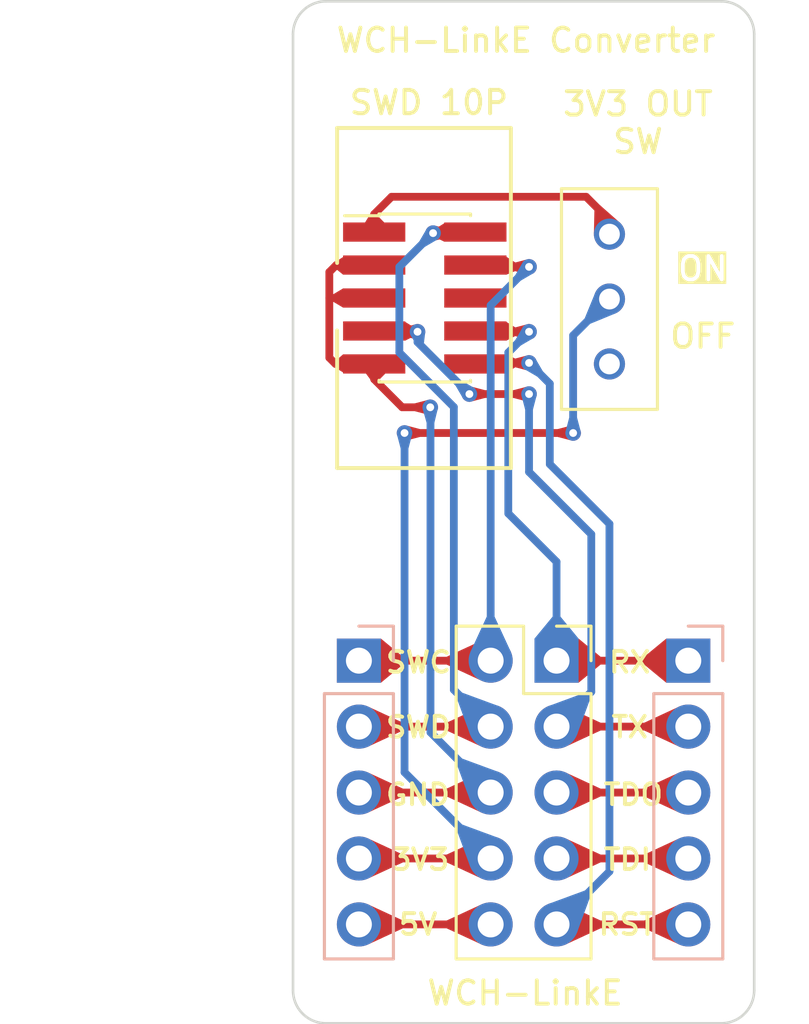
<source format=kicad_pcb>
(kicad_pcb (version 20221018) (generator pcbnew)
  (title_block (title "WCH-LinkE_adapter") (date "2024-06-27") (rev "v1.0") (company "@suzan_works"))
  (layers (0 "F.Cu" signal) (31 "B.Cu" signal) (34 "B.Paste" user) (35 "F.Paste" user) (36 "B.SilkS" user "B.Silkscreen") (37 "F.SilkS" user "F.Silkscreen") (38 "B.Mask" user) (39 "F.Mask" user) (44 "Edge.Cuts" user))
  (net 0 "")
  (net 1 "/RX")
  (net 2 "/SWCLK")
  (net 3 "/TX")
  (net 4 "/SWDIO")
  (net 5 "/TDO")
  (net 6 "/GND")
  (net 7 "/TDI")
  (net 8 "/3V3")
  (net 9 "/RST")
  (net 10 "/5V")
  (net 12 "/3V3OUT")
  (footprint "Connector_PinHeader_1.27mm:PinHeader_2x05_P1.27mm_Vertical_SMD" (layer "F.Cu") (at 105.08 74.6)
    (fp_text reference "J2" hide)
    (fp_text value "Conn_02x05_Odd_Even")
    (fp_line (start -3.09 -3.17) (end -1.765 -3.17) (stroke (width 0.12)) (layer "F.SilkS"))
    (fp_line (start -1.765 -3.235) (end -1.765 -3.17) (stroke (width 0.12)) (layer "F.SilkS"))
    (fp_line (start -1.765 -3.235) (end 1.765 -3.235) (stroke (width 0.12)) (layer "F.SilkS"))
    (fp_line (start -1.765 3.17) (end -1.765 3.235) (stroke (width 0.12)) (layer "F.SilkS"))
    (fp_line (start -1.765 3.235) (end 1.765 3.235) (stroke (width 0.12)) (layer "F.SilkS"))
    (fp_line (start 1.765 -3.235) (end 1.765 -3.17) (stroke (width 0.12)) (layer "F.SilkS"))
    (fp_line (start 1.765 3.17) (end 1.765 3.235) (stroke (width 0.12)) (layer "F.SilkS"))
    (pad "1" smd rect (at -1.95 -2.54) (size 2.4 0.74) (layers "F.Cu" "F.Paste" "F.Mask") (net 12 "/3V3OUT"))
    (pad "2" smd rect (at 1.95 -2.54) (size 2.4 0.74) (layers "F.Cu" "F.Paste" "F.Mask") (net 4 "/SWDIO"))
    (pad "3" smd rect (at -1.95 -1.27) (size 2.4 0.74) (layers "F.Cu" "F.Paste" "F.Mask") (net 6 "/GND"))
    (pad "4" smd rect (at 1.95 -1.27) (size 2.4 0.74) (layers "F.Cu" "F.Paste" "F.Mask") (net 2 "/SWCLK"))
    (pad "5" smd rect (at -1.95 0) (size 2.4 0.74) (layers "F.Cu" "F.Paste" "F.Mask") (net 6 "/GND"))
    (pad "6" smd rect (at 1.95 0) (size 2.4 0.74) (layers "F.Cu" "F.Paste" "F.Mask"))
    (pad "7" smd rect (at -1.95 1.27) (size 2.4 0.74) (layers "F.Cu" "F.Paste" "F.Mask") (net 3 "/TX"))
    (pad "8" smd rect (at 1.95 1.27) (size 2.4 0.74) (layers "F.Cu" "F.Paste" "F.Mask") (net 1 "/RX"))
    (pad "9" smd rect (at -1.95 2.54) (size 2.4 0.74) (layers "F.Cu" "F.Paste" "F.Mask") (net 6 "/GND"))
    (pad "10" smd rect (at 1.95 2.54) (size 2.4 0.74) (layers "F.Cu" "F.Paste" "F.Mask") (net 9 "/RST"))
  )
  (footprint "0_My_Library:SS-12D00G3" (layer "F.Cu") (at 112.2 74.64 -90)
    (fp_text reference "SW1" hide)
    (fp_text value "SW_SPDT")
    (fp_line (start -4.25 -1.85) (end 4.25 -1.85) (stroke (width 0.12)) (layer "F.SilkS"))
    (fp_line (start -4.25 1.85) (end -4.25 -1.85) (stroke (width 0.12)) (layer "F.SilkS"))
    (fp_line (start 4.25 -1.85) (end 4.25 1.85) (stroke (width 0.12)) (layer "F.SilkS"))
    (fp_line (start 4.25 1.85) (end -4.25 1.85) (stroke (width 0.12)) (layer "F.SilkS"))
    (pad "1" thru_hole circle (at -2.5 0 270) (size 1.2 1.2) (drill 0.8) (layers "*.Cu" "*.Mask") (net 12 "/3V3OUT"))
    (pad "2" thru_hole circle (at 0 0 270) (size 1.2 1.2) (drill 0.8) (layers "*.Cu" "*.Mask") (net 8 "/3V3"))
    (pad "3" thru_hole circle (at 2.5 0 270) (size 1.2 1.2) (drill 0.8) (layers "*.Cu" "*.Mask"))
  )
  (footprint "Connector_PinSocket_2.54mm:PinSocket_2x05_P2.54mm_Vertical" (layer "F.Cu") (at 110.16 88.57)
    (fp_text reference "J1" hide)
    (fp_text value "Conn_02x05_Odd_Even")
    (fp_line (start -3.87 -1.33) (end -3.87 11.49) (stroke (width 0.12)) (layer "F.SilkS"))
    (fp_line (start -3.87 -1.33) (end -1.27 -1.33) (stroke (width 0.12)) (layer "F.SilkS"))
    (fp_line (start -3.87 11.49) (end 1.33 11.49) (stroke (width 0.12)) (layer "F.SilkS"))
    (fp_line (start -1.27 -1.33) (end -1.27 1.27) (stroke (width 0.12)) (layer "F.SilkS"))
    (fp_line (start -1.27 1.27) (end 1.33 1.27) (stroke (width 0.12)) (layer "F.SilkS"))
    (fp_line (start 0 -1.33) (end 1.33 -1.33) (stroke (width 0.12)) (layer "F.SilkS"))
    (fp_line (start 1.33 -1.33) (end 1.33 0) (stroke (width 0.12)) (layer "F.SilkS"))
    (fp_line (start 1.33 1.27) (end 1.33 11.49) (stroke (width 0.12)) (layer "F.SilkS"))
    (pad "1" thru_hole rect (at 0 0) (size 1.7 1.7) (drill 1) (layers "*.Cu" "*.Mask") (net 1 "/RX"))
    (pad "2" thru_hole oval (at -2.54 0) (size 1.7 1.7) (drill 1) (layers "*.Cu" "*.Mask") (net 2 "/SWCLK"))
    (pad "3" thru_hole oval (at 0 2.54) (size 1.7 1.7) (drill 1) (layers "*.Cu" "*.Mask") (net 3 "/TX"))
    (pad "4" thru_hole oval (at -2.54 2.54) (size 1.7 1.7) (drill 1) (layers "*.Cu" "*.Mask") (net 4 "/SWDIO"))
    (pad "5" thru_hole oval (at 0 5.08) (size 1.7 1.7) (drill 1) (layers "*.Cu" "*.Mask") (net 5 "/TDO"))
    (pad "6" thru_hole oval (at -2.54 5.08) (size 1.7 1.7) (drill 1) (layers "*.Cu" "*.Mask") (net 6 "/GND"))
    (pad "7" thru_hole oval (at 0 7.62) (size 1.7 1.7) (drill 1) (layers "*.Cu" "*.Mask") (net 7 "/TDI"))
    (pad "8" thru_hole oval (at -2.54 7.62) (size 1.7 1.7) (drill 1) (layers "*.Cu" "*.Mask") (net 8 "/3V3"))
    (pad "9" thru_hole oval (at 0 10.16) (size 1.7 1.7) (drill 1) (layers "*.Cu" "*.Mask") (net 9 "/RST"))
    (pad "10" thru_hole oval (at -2.54 10.16) (size 1.7 1.7) (drill 1) (layers "*.Cu" "*.Mask") (net 10 "/5V"))
  )
  (footprint "Connector_PinHeader_2.54mm:PinHeader_1x05_P2.54mm_Vertical" (layer "B.Cu") (at 102.54 88.57 180)
    (fp_text reference "J4" hide)
    (fp_text value "Conn_01x05")
    (fp_line (start -1.33 -11.49) (end 1.33 -11.49) (stroke (width 0.12)) (layer "B.SilkS"))
    (fp_line (start -1.33 -1.27) (end -1.33 -11.49) (stroke (width 0.12)) (layer "B.SilkS"))
    (fp_line (start -1.33 -1.27) (end 1.33 -1.27) (stroke (width 0.12)) (layer "B.SilkS"))
    (fp_line (start -1.33 0) (end -1.33 1.33) (stroke (width 0.12)) (layer "B.SilkS"))
    (fp_line (start -1.33 1.33) (end 0 1.33) (stroke (width 0.12)) (layer "B.SilkS"))
    (fp_line (start 1.33 -1.27) (end 1.33 -11.49) (stroke (width 0.12)) (layer "B.SilkS"))
    (pad "1" thru_hole rect (at 0 0 180) (size 1.7 1.7) (drill 1) (layers "*.Cu" "*.Mask") (net 2 "/SWCLK"))
    (pad "2" thru_hole oval (at 0 -2.54 180) (size 1.7 1.7) (drill 1) (layers "*.Cu" "*.Mask") (net 4 "/SWDIO"))
    (pad "3" thru_hole oval (at 0 -5.08 180) (size 1.7 1.7) (drill 1) (layers "*.Cu" "*.Mask") (net 6 "/GND"))
    (pad "4" thru_hole oval (at 0 -7.62 180) (size 1.7 1.7) (drill 1) (layers "*.Cu" "*.Mask") (net 8 "/3V3"))
    (pad "5" thru_hole oval (at 0 -10.16 180) (size 1.7 1.7) (drill 1) (layers "*.Cu" "*.Mask") (net 10 "/5V"))
  )
  (footprint "Connector_PinHeader_2.54mm:PinHeader_1x05_P2.54mm_Vertical" (layer "B.Cu") (at 115.24 88.57 180)
    (fp_text reference "J3" hide)
    (fp_text value "Conn_01x05")
    (fp_line (start -1.33 -11.49) (end 1.33 -11.49) (stroke (width 0.12)) (layer "B.SilkS"))
    (fp_line (start -1.33 -1.27) (end -1.33 -11.49) (stroke (width 0.12)) (layer "B.SilkS"))
    (fp_line (start -1.33 -1.27) (end 1.33 -1.27) (stroke (width 0.12)) (layer "B.SilkS"))
    (fp_line (start -1.33 0) (end -1.33 1.33) (stroke (width 0.12)) (layer "B.SilkS"))
    (fp_line (start -1.33 1.33) (end 0 1.33) (stroke (width 0.12)) (layer "B.SilkS"))
    (fp_line (start 1.33 -1.27) (end 1.33 -11.49) (stroke (width 0.12)) (layer "B.SilkS"))
    (pad "1" thru_hole rect (at 0 0 180) (size 1.7 1.7) (drill 1) (layers "*.Cu" "*.Mask") (net 1 "/RX"))
    (pad "2" thru_hole oval (at 0 -2.54 180) (size 1.7 1.7) (drill 1) (layers "*.Cu" "*.Mask") (net 3 "/TX"))
    (pad "3" thru_hole oval (at 0 -5.08 180) (size 1.7 1.7) (drill 1) (layers "*.Cu" "*.Mask") (net 5 "/TDO"))
    (pad "4" thru_hole oval (at 0 -7.62 180) (size 1.7 1.7) (drill 1) (layers "*.Cu" "*.Mask") (net 7 "/TDI"))
    (pad "5" thru_hole oval (at 0 -10.16 180) (size 1.7 1.7) (drill 1) (layers "*.Cu" "*.Mask") (net 9 "/RST"))
  )
  (gr_line (start 101.7 81.15) (end 108.4 81.15) (stroke (width 0.15)) (layer "F.SilkS"))
  (gr_line (start 101.7 68.05) (end 108.4 68.05) (stroke (width 0.15)) (layer "F.SilkS"))
  (gr_line (start 101.7 75.85) (end 101.7 81.15) (stroke (width 0.15)) (layer "F.SilkS"))
  (gr_line (start 108.4 81.15) (end 108.4 68.05) (stroke (width 0.15)) (layer "F.SilkS"))
  (gr_line (start 101.7 73.25) (end 101.7 68.05) (stroke (width 0.15)) (layer "F.SilkS"))
  (gr_arc (start 116.51 63.17) (mid 117.408026 63.541974) (end 117.78 64.44) (stroke (width 0.1)) (layer "Edge.Cuts"))
  (gr_line (start 116.51 63.17) (end 101.27 63.17) (stroke (width 0.1)) (layer "Edge.Cuts"))
  (gr_line (start 117.78 101.27) (end 117.78 64.44) (stroke (width 0.1)) (layer "Edge.Cuts"))
  (gr_line (start 101.27 102.54) (end 116.51 102.54) (stroke (width 0.1)) (layer "Edge.Cuts"))
  (gr_arc (start 100 64.44) (mid 100.371974 63.541974) (end 101.27 63.17) (stroke (width 0.1)) (layer "Edge.Cuts"))
  (gr_line (start 100 64.44) (end 100 101.27) (stroke (width 0.1)) (layer "Edge.Cuts"))
  (gr_arc (start 117.78 101.27) (mid 117.408026 102.168026) (end 116.51 102.54) (stroke (width 0.1)) (layer "Edge.Cuts"))
  (gr_arc (start 101.27 102.54) (mid 100.371974 102.168026) (end 100 101.27) (stroke (width 0.1)) (layer "Edge.Cuts"))
  (gr_text "WCH-LinkE Converter" (at 101.6 65.2) (layer "F.SilkS") (effects (font (size 0.9 0.9)) (justify left bottom)))
  (gr_text "TDO" (at 111.9 94.2) (layer "F.SilkS") (effects (font (size 0.8 0.8)) (justify left bottom)))
  (gr_text "SWD 10P" (at 102.1 67.6) (layer "F.SilkS") (effects (font (size 0.9 0.9)) (justify left bottom)))
  (gr_text "RX" (at 112.1 89.1) (layer "F.SilkS") (effects (font (size 0.8 0.8)) (justify left bottom)))
  (gr_text "SWD" (at 103.5 91.6) (layer "F.SilkS") (effects (font (size 0.8 0.8)) (justify left bottom)))
  (gr_text "ON" (at 115.8 74) (layer "F.SilkS" knockout) (effects (font (size 0.9 0.9)) (justify bottom)))
  (gr_text "3V3 OUT\nSW" (at 113.3 69.1) (layer "F.SilkS") (effects (font (size 0.9 0.9)) (justify bottom)))
  (gr_text "SWC" (at 103.5 89.1) (layer "F.SilkS") (effects (font (size 0.8 0.8)) (justify left bottom)))
  (gr_text "GND" (at 103.5 94.2) (layer "F.SilkS") (effects (font (size 0.8 0.8)) (justify left bottom)))
  (gr_text "5V" (at 104 99.2) (layer "F.SilkS") (effects (font (size 0.8 0.8)) (justify left bottom)))
  (gr_text "WCH-LinkE" (at 105.1 101.9) (layer "F.SilkS") (effects (font (size 0.9 0.9)) (justify left bottom)))
  (gr_text "RST" (at 111.7 99.2) (layer "F.SilkS") (effects (font (size 0.8 0.8)) (justify left bottom)))
  (gr_text "TDI" (at 111.9 96.7) (layer "F.SilkS") (effects (font (size 0.8 0.8)) (justify left bottom)))
  (gr_text "OFF" (at 115.8 76.6) (layer "F.SilkS") (effects (font (size 0.9 0.9)) (justify bottom)))
  (gr_text "3V3" (at 103.7 96.7) (layer "F.SilkS") (effects (font (size 0.8 0.8)) (justify left bottom)))
  (gr_text "TX" (at 112.2 91.6) (layer "F.SilkS") (effects (font (size 0.8 0.8)) (justify left bottom)))
  (segment (start 107.06 75.9) (end 107.03 75.87) (width 0.3) (layer "F.Cu") (net 1))
  (segment (start 109.1 75.9) (end 107.06 75.9) (width 0.3) (layer "F.Cu") (net 1))
  (segment (start 110.16 88.57) (end 115.24 88.57) (width 0.3) (layer "F.Cu") (net 1))
  (via (at 109.1 75.9) (size 0.6) (drill 0.3) (layers "F.Cu" "B.Cu") (net 1))
  (segment (start 110.16 84.76) (end 110.16 88.57) (width 0.3) (layer "B.Cu") (net 1))
  (segment (start 108.3 82.9) (end 108.3 76.7) (width 0.3) (layer "B.Cu") (net 1))
  (segment (start 110.16 84.76) (end 108.3 82.9) (width 0.3) (layer "B.Cu") (net 1))
  (segment (start 108.3 76.7) (end 109.1 75.9) (width 0.3) (layer "B.Cu") (net 1))
  (segment (start 109.1 73.4) (end 107.1 73.4) (width 0.3) (layer "F.Cu") (net 2))
  (segment (start 107.1 73.4) (end 107.03 73.33) (width 0.3) (layer "F.Cu") (net 2))
  (segment (start 102.54 88.57) (end 107.62 88.57) (width 0.3) (layer "F.Cu") (net 2))
  (via (at 109.1 73.4) (size 0.6) (drill 0.3) (layers "F.Cu" "B.Cu") (net 2))
  (segment (start 107.62 74.88) (end 107.62 88.57) (width 0.3) (layer "B.Cu") (net 2))
  (segment (start 109.1 73.4) (end 107.62 74.88) (width 0.3) (layer "B.Cu") (net 2))
  (segment (start 103.16 75.9) (end 103.13 75.87) (width 0.3) (layer "F.Cu") (net 3))
  (segment (start 104.8 75.9) (end 103.16 75.9) (width 0.3) (layer "F.Cu") (net 3))
  (segment (start 110.16 91.11) (end 115.24 91.11) (width 0.3) (layer "F.Cu") (net 3))
  (segment (start 109.1 78.3) (end 106.8 78.3) (width 0.3) (layer "F.Cu") (net 3))
  (via (at 109.1 78.3) (size 0.6) (drill 0.3) (layers "F.Cu" "B.Cu") (net 3))
  (via (at 106.8 78.3) (size 0.6) (drill 0.3) (layers "F.Cu" "B.Cu") (net 3))
  (via (at 104.8 75.9) (size 0.6) (drill 0.3) (layers "F.Cu" "B.Cu") (net 3))
  (segment (start 109.1 78.3) (end 109.1 81.3) (width 0.3) (layer "B.Cu") (net 3))
  (segment (start 106.8 78.3) (end 104.8 76.3) (width 0.3) (layer "B.Cu") (net 3))
  (segment (start 109.1 81.3) (end 111.5 83.7) (width 0.3) (layer "B.Cu") (net 3))
  (segment (start 111.5 89.77) (end 110.16 91.11) (width 0.3) (layer "B.Cu") (net 3))
  (segment (start 104.8 76.3) (end 104.8 75.9) (width 0.3) (layer "B.Cu") (net 3))
  (segment (start 111.5 83.7) (end 111.5 89.77) (width 0.3) (layer "B.Cu") (net 3))
  (segment (start 105.4 72.1) (end 106.99 72.1) (width 0.3) (layer "F.Cu") (net 4))
  (segment (start 102.54 91.11) (end 107.62 91.11) (width 0.3) (layer "F.Cu") (net 4))
  (segment (start 106.99 72.1) (end 107.03 72.06) (width 0.3) (layer "F.Cu") (net 4))
  (via (at 105.4 72.1) (size 0.6) (drill 0.3) (layers "F.Cu" "B.Cu") (net 4))
  (segment (start 106.2 89.69) (end 107.62 91.11) (width 0.3) (layer "B.Cu") (net 4))
  (segment (start 104.1 73.4) (end 104.1 76.7) (width 0.3) (layer "B.Cu") (net 4))
  (segment (start 105.4 72.1) (end 104.1 73.4) (width 0.3) (layer "B.Cu") (net 4))
  (segment (start 106.2 78.8) (end 106.2 89.69) (width 0.3) (layer "B.Cu") (net 4))
  (segment (start 104.1 76.7) (end 106.2 78.8) (width 0.3) (layer "B.Cu") (net 4))
  (segment (start 110.16 93.65) (end 115.24 93.65) (width 0.3) (layer "F.Cu") (net 5))
  (segment (start 103.13 73.33) (end 101.67 73.33) (width 0.3) (layer "F.Cu") (net 6))
  (segment (start 101.4 76.9) (end 101.64 77.14) (width 0.3) (layer "F.Cu") (net 6))
  (segment (start 102.54 93.65) (end 107.62 93.65) (width 0.3) (layer "F.Cu") (net 6))
  (segment (start 104.209266 78.809266) (end 103.13 77.73) (width 0.3) (layer "F.Cu") (net 6))
  (segment (start 103.13 74.6) (end 101.4 74.6) (width 0.3) (layer "F.Cu") (net 6))
  (segment (start 101.4 74.6) (end 101.4 76.9) (width 0.3) (layer "F.Cu") (net 6))
  (segment (start 105.290734 78.809266) (end 104.209266 78.809266) (width 0.3) (layer "F.Cu") (net 6))
  (segment (start 103.13 77.73) (end 103.13 77.14) (width 0.3) (layer "F.Cu") (net 6))
  (segment (start 101.64 77.14) (end 103.13 77.14) (width 0.3) (layer "F.Cu") (net 6))
  (segment (start 101.4 73.6) (end 101.4 74.6) (width 0.3) (layer "F.Cu") (net 6))
  (segment (start 101.67 73.33) (end 101.4 73.6) (width 0.3) (layer "F.Cu") (net 6))
  (via (at 105.290734 78.809266) (size 0.6) (drill 0.3) (layers "F.Cu" "B.Cu") (net 6))
  (segment (start 105.3 91.33) (end 107.62 93.65) (width 0.3) (layer "B.Cu") (net 6))
  (segment (start 105.3 78.818532) (end 105.3 91.33) (width 0.3) (layer "B.Cu") (net 6))
  (segment (start 105.290734 78.809266) (end 105.3 78.818532) (width 0.3) (layer "B.Cu") (net 6))
  (segment (start 110.16 96.19) (end 115.24 96.19) (width 0.3) (layer "F.Cu") (net 7))
  (segment (start 104.3 79.8) (end 110.8 79.8) (width 0.3) (layer "F.Cu") (net 8))
  (segment (start 102.54 96.19) (end 107.62 96.19) (width 0.3) (layer "F.Cu") (net 8))
  (via (at 110.8 79.8) (size 0.6) (drill 0.3) (layers "F.Cu" "B.Cu") (net 8))
  (via (at 104.3 79.8) (size 0.6) (drill 0.3) (layers "F.Cu" "B.Cu") (net 8))
  (segment (start 110.8 76.04) (end 112.2 74.64) (width 0.3) (layer "B.Cu") (net 8))
  (segment (start 104.3 92.87) (end 107.62 96.19) (width 0.3) (layer "B.Cu") (net 8))
  (segment (start 110.8 79.8) (end 110.8 76.04) (width 0.3) (layer "B.Cu") (net 8))
  (segment (start 104.3 79.8) (end 104.3 92.87) (width 0.3) (layer "B.Cu") (net 8))
  (segment (start 110.16 98.73) (end 115.24 98.73) (width 0.3) (layer "F.Cu") (net 9))
  (segment (start 107.07 77.1) (end 107.03 77.14) (width 0.3) (layer "F.Cu") (net 9))
  (segment (start 109.1 77.1) (end 107.07 77.1) (width 0.3) (layer "F.Cu") (net 9))
  (via (at 109.1 77.1) (size 0.6) (drill 0.3) (layers "F.Cu" "B.Cu") (net 9))
  (segment (start 109.9 81) (end 112.2 83.3) (width 0.3) (layer "B.Cu") (net 9))
  (segment (start 112.2 83.3) (end 112.2 96.69) (width 0.3) (layer "B.Cu") (net 9))
  (segment (start 109.9 77.9) (end 109.9 81) (width 0.3) (layer "B.Cu") (net 9))
  (segment (start 109.1 77.1) (end 109.9 77.9) (width 0.3) (layer "B.Cu") (net 9))
  (segment (start 112.2 96.69) (end 110.16 98.73) (width 0.3) (layer "B.Cu") (net 9))
  (segment (start 102.54 98.73) (end 107.62 98.73) (width 0.3) (layer "F.Cu") (net 10))
  (segment (start 103.13 71.37) (end 103.8 70.7) (width 0.3) (layer "F.Cu") (net 12))
  (segment (start 111.3 70.7) (end 112.2 71.6) (width 0.3) (layer "F.Cu") (net 12))
  (segment (start 103.8 70.7) (end 111.3 70.7) (width 0.3) (layer "F.Cu") (net 12))
  (segment (start 112.2 71.6) (end 112.2 72.14) (width 0.3) (layer "F.Cu") (net 12))
  (segment (start 103.13 72.06) (end 103.13 71.37) (width 0.3) (layer "F.Cu") (net 12))
)
</source>
